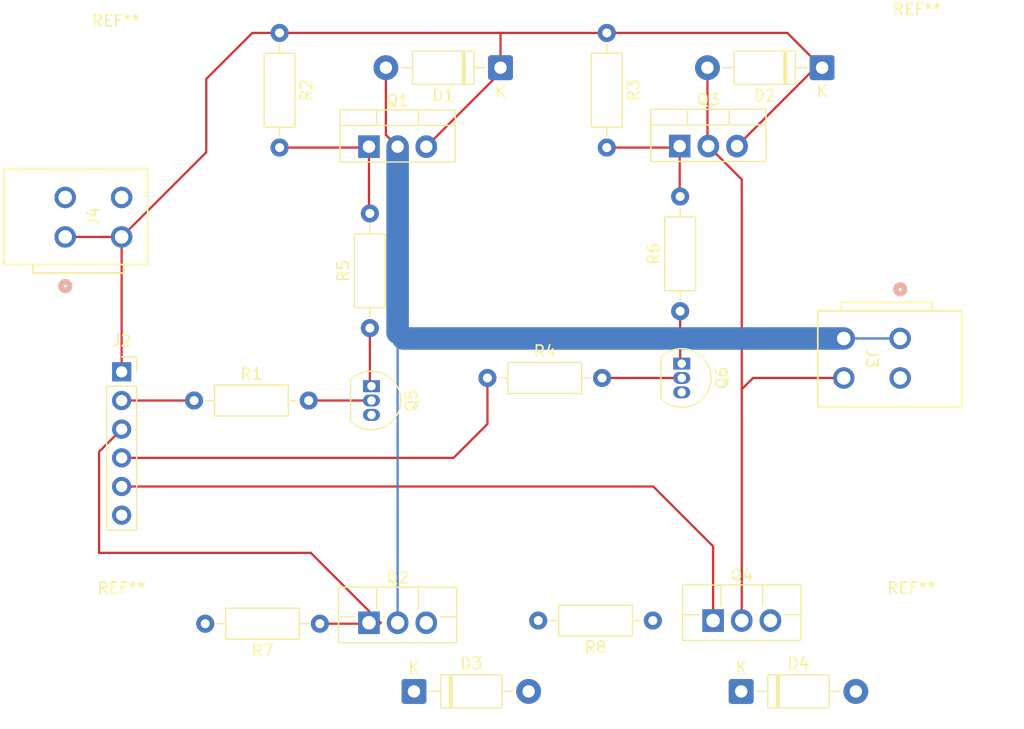
<source format=kicad_pcb>
(kicad_pcb (version 20241229) (generator "pcbnew") (generator_version "9.0")
  (layers (0 "F.Cu" signal) (2 "B.Cu" signal) (13 "F.Paste" user) (15 "B.Paste" user) (5 "F.SilkS" user "F.Silkscreen") (7 "B.SilkS" user "B.Silkscreen") (1 "F.Mask" user) (3 "B.Mask" user) (25 "Edge.Cuts" user))
  (net 0 "")
  (net 1 "Net-(D1-A)")
  (net 2 "Net-(D1-K)")
  (net 3 "Net-(D2-A)")
  (net 4 "Net-(D3-A)")
  (net 5 "Net-(Q1-G)")
  (net 6 "Net-(Q3-G)")
  (net 7 "Net-(Q5-B)")
  (net 8 "Net-(Q5-C)")
  (net 9 "Net-(Q6-B)")
  (net 10 "Net-(Q6-C)")
  (net 11 "Net-(J2-Pin_3)")
  (net 12 "Net-(J2-Pin_5)")
  (net 13 "Net-(J2-Pin_2)")
  (net 14 "Net-(J2-Pin_4)")
  (footprint "Resistor_THT:R_Axial_DIN0207_L6.3mm_D2.5mm_P10.16mm_Horizontal" (layer "F.Cu") (at 87.58 84.5 180)
    (property "Reference" "R8" (at 5.08 -2.37 0) (layer "F.SilkS"))
    (property "Value" "10k")
    (fp_line (start 9.12 0) (end 8.35 0) (stroke (width 0.12)) (layer "F.SilkS"))
    (fp_line (start 1.04 0) (end 1.81 0) (stroke (width 0.12)) (layer "F.SilkS"))
    (fp_rect (start 1.81 -1.37) (end 8.35 1.37) (stroke (width 0.12)) (fill no) (layer "F.SilkS"))
    (pad "1" thru_hole circle (at 0 0 180) (size 1.6 1.6) (drill 0.8) (layers "*.Cu" "*.Mask") (net 12 "Net-(J2-Pin_5)"))
    (pad "2" thru_hole circle (at 10.16 0 180) (size 1.6 1.6) (drill 0.8) (layers "*.Cu" "*.Mask") (net 4 "Net-(D3-A)"))
  )
  (footprint "Resistor_THT:R_Axial_DIN0207_L6.3mm_D2.5mm_P10.16mm_Horizontal" (layer "F.Cu") (at 54.5 32.42 -90)
    (property "Reference" "R2" (at 5.08 -2.37 90) (layer "F.SilkS"))
    (property "Value" "10k")
    (fp_line (start 1.04 0) (end 1.81 0) (stroke (width 0.12)) (layer "F.SilkS"))
    (fp_line (start 9.12 0) (end 8.35 0) (stroke (width 0.12)) (layer "F.SilkS"))
    (fp_rect (start 1.81 -1.37) (end 8.35 1.37) (stroke (width 0.12)) (fill no) (layer "F.SilkS"))
    (pad "1" thru_hole circle (at 0 0 270) (size 1.6 1.6) (drill 0.8) (layers "*.Cu" "*.Mask") (net 2 "Net-(D1-K)"))
    (pad "2" thru_hole circle (at 10.16 0 270) (size 1.6 1.6) (drill 0.8) (layers "*.Cu" "*.Mask") (net 5 "Net-(Q1-G)"))
  )
  (footprint "Diode_THT:D_DO-41_SOD81_P10.16mm_Horizontal" (layer "F.Cu") (at 66.41 90.78)
    (property "Reference" "D3" (at 5.08 -2.47 0) (layer "F.SilkS"))
    (property "Value" "1N4007")
    (fp_line (start 1.34 0) (end 2.36 0) (stroke (width 0.12)) (layer "F.SilkS"))
    (fp_line (start 3.14 -1.47) (end 3.14 1.47) (stroke (width 0.12)) (layer "F.SilkS"))
    (fp_line (start 3.26 -1.47) (end 3.26 1.47) (stroke (width 0.12)) (layer "F.SilkS"))
    (fp_line (start 3.38 -1.47) (end 3.38 1.47) (stroke (width 0.12)) (layer "F.SilkS"))
    (fp_line (start 8.82 0) (end 7.8 0) (stroke (width 0.12)) (layer "F.SilkS"))
    (fp_rect (start 2.36 -1.47) (end 7.8 1.47) (stroke (width 0.12)) (fill no) (layer "F.SilkS"))
    (fp_text user "K" (at 0 -2.1 0) (layer "F.SilkS"))
    (pad "1" thru_hole roundrect (at 0 0) (size 2.2 2.2) (drill 1.1) (layers "*.Cu" "*.Mask") (roundrect_rratio 0.113636) (net 1 "Net-(D1-A)"))
    (pad "2" thru_hole circle (at 10.16 0) (size 2.2 2.2) (drill 1.1) (layers "*.Cu" "*.Mask") (net 4 "Net-(D3-A)"))
  )
  (footprint "Diode_THT:D_DO-41_SOD81_P10.16mm_Horizontal" (layer "F.Cu") (at 95.41 90.78)
    (property "Reference" "D4" (at 5.08 -2.47 0) (layer "F.SilkS"))
    (property "Value" "1N4007")
    (fp_line (start 1.34 0) (end 2.36 0) (stroke (width 0.12)) (layer "F.SilkS"))
    (fp_line (start 3.14 -1.47) (end 3.14 1.47) (stroke (width 0.12)) (layer "F.SilkS"))
    (fp_line (start 3.26 -1.47) (end 3.26 1.47) (stroke (width 0.12)) (layer "F.SilkS"))
    (fp_line (start 3.38 -1.47) (end 3.38 1.47) (stroke (width 0.12)) (layer "F.SilkS"))
    (fp_line (start 8.82 0) (end 7.8 0) (stroke (width 0.12)) (layer "F.SilkS"))
    (fp_rect (start 2.36 -1.47) (end 7.8 1.47) (stroke (width 0.12)) (fill no) (layer "F.SilkS"))
    (fp_text user "K" (at 0 -2.1 0) (layer "F.SilkS"))
    (pad "1" thru_hole roundrect (at 0 0) (size 2.2 2.2) (drill 1.1) (layers "*.Cu" "*.Mask") (roundrect_rratio 0.113636) (net 3 "Net-(D2-A)"))
    (pad "2" thru_hole circle (at 10.16 0) (size 2.2 2.2) (drill 1.1) (layers "*.Cu" "*.Mask") (net 4 "Net-(D3-A)"))
  )
  (footprint "Resistor_THT:R_Axial_DIN0207_L6.3mm_D2.5mm_P10.16mm_Horizontal" (layer "F.Cu") (at 83.5 32.42 -90)
    (property "Reference" "R3" (at 5.08 -2.37 90) (layer "F.SilkS"))
    (property "Value" "10k")
    (fp_line (start 1.04 0) (end 1.81 0) (stroke (width 0.12)) (layer "F.SilkS"))
    (fp_line (start 9.12 0) (end 8.35 0) (stroke (width 0.12)) (layer "F.SilkS"))
    (fp_rect (start 1.81 -1.37) (end 8.35 1.37) (stroke (width 0.12)) (fill no) (layer "F.SilkS"))
    (pad "1" thru_hole circle (at 0 0 270) (size 1.6 1.6) (drill 0.8) (layers "*.Cu" "*.Mask") (net 2 "Net-(D1-K)"))
    (pad "2" thru_hole circle (at 10.16 0 270) (size 1.6 1.6) (drill 0.8) (layers "*.Cu" "*.Mask") (net 6 "Net-(Q3-G)"))
  )
  (footprint "Diode_THT:D_DO-41_SOD81_P10.16mm_Horizontal" (layer "F.Cu") (at 102.58 35.5 180)
    (property "Reference" "D2" (at 5.08 -2.47 0) (layer "F.SilkS"))
    (property "Value" "1N4007")
    (fp_line (start 8.82 0) (end 7.8 0) (stroke (width 0.12)) (layer "F.SilkS"))
    (fp_line (start 3.38 -1.47) (end 3.38 1.47) (stroke (width 0.12)) (layer "F.SilkS"))
    (fp_line (start 3.26 -1.47) (end 3.26 1.47) (stroke (width 0.12)) (layer "F.SilkS"))
    (fp_line (start 3.14 -1.47) (end 3.14 1.47) (stroke (width 0.12)) (layer "F.SilkS"))
    (fp_line (start 1.34 0) (end 2.36 0) (stroke (width 0.12)) (layer "F.SilkS"))
    (fp_rect (start 2.36 -1.47) (end 7.8 1.47) (stroke (width 0.12)) (fill no) (layer "F.SilkS"))
    (fp_text user "K" (at 0 -2.1 0) (layer "F.SilkS"))
    (pad "1" thru_hole roundrect (at 0 0 180) (size 2.2 2.2) (drill 1.1) (layers "*.Cu" "*.Mask") (roundrect_rratio 0.113636) (net 2 "Net-(D1-K)"))
    (pad "2" thru_hole circle (at 10.16 0 180) (size 2.2 2.2) (drill 1.1) (layers "*.Cu" "*.Mask") (net 3 "Net-(D2-A)"))
  )
  (footprint "MountingHole:MountingHole_3.2mm_M3" (layer "F.Cu") (at 111 34.5)
    (property "Reference" "REF**" (at 0 -4.15 0) (layer "F.SilkS"))
    (property "Value" "MountingHole_3.2mm_M3")
    (pad "" np_thru_hole circle (at 0 0) (size 3.2 3.2) (drill 3.2) (layers "*.Cu" "*.Mask"))
  )
  (footprint "Resistor_THT:R_Axial_DIN0207_L6.3mm_D2.5mm_P10.16mm_Horizontal" (layer "F.Cu") (at 58.07 84.78 180)
    (property "Reference" "R7" (at 5.08 -2.37 0) (layer "F.SilkS"))
    (property "Value" "10k")
    (fp_line (start 9.12 0) (end 8.35 0) (stroke (width 0.12)) (layer "F.SilkS"))
    (fp_line (start 1.04 0) (end 1.81 0) (stroke (width 0.12)) (layer "F.SilkS"))
    (fp_rect (start 1.81 -1.37) (end 8.35 1.37) (stroke (width 0.12)) (fill no) (layer "F.SilkS"))
    (pad "1" thru_hole circle (at 0 0 180) (size 1.6 1.6) (drill 0.8) (layers "*.Cu" "*.Mask") (net 11 "Net-(J2-Pin_3)"))
    (pad "2" thru_hole circle (at 10.16 0 180) (size 1.6 1.6) (drill 0.8) (layers "*.Cu" "*.Mask") (net 4 "Net-(D3-A)"))
  )
  (footprint "WAGO 2601-3102:CONN2_2601-3102_WAG" (layer "F.Cu") (at 109.5 59.5 -90)
    (property "Reference" "J3" (at 1.8 2.5 270) (layer "F.SilkS"))
    (property "Value" "2601-3102")
    (fp_line (start -2.45 7.300001) (end 6.05 7.300001) (stroke (width 0.1524)) (layer "F.SilkS"))
    (fp_line (start -2.45 7.300001) (end -2.45 -5.449999) (stroke (width 0.1524)) (layer "F.SilkS"))
    (fp_line (start -3.2 5.2) (end -3.2 -2.849999) (stroke (width 0.1524)) (layer "F.SilkS"))
    (fp_line (start -2.449999 5.2) (end -3.2 5.2) (stroke (width 0.1524)) (layer "F.SilkS"))
    (fp_line (start -2.449999 -2.849999) (end -3.2 -2.849999) (stroke (width 0.1524)) (layer "F.SilkS"))
    (fp_line (start -2.45 -5.449999) (end 6.05 -5.449999) (stroke (width 0.1524)) (layer "F.SilkS"))
    (fp_line (start 6.05 -5.449999) (end 6.05 7.300001) (stroke (width 0.1524)) (layer "F.SilkS"))
    (fp_circle (center -4.355 0) (end -3.974 0) (stroke (width 0.508)) (fill no) (layer "F.SilkS"))
    (fp_circle (center -4.355 0) (end -3.974 0) (stroke (width 0.508)) (fill no) (layer "B.SilkS"))
    (pad "1" thru_hole circle (at 0 0 270) (size 1.9 1.9) (drill 1.2) (layers "*.Cu" "*.Mask") (net 1 "Net-(D1-A)"))
    (pad "2" thru_hole circle (at 0 5 270) (size 1.9 1.9) (drill 1.2) (layers "*.Cu" "*.Mask") (net 1 "Net-(D1-A)"))
    (pad "3" thru_hole circle (at 3.5 0 270) (size 1.9 1.9) (drill 1.2) (layers "*.Cu" "*.Mask") (net 3 "Net-(D2-A)"))
    (pad "4" thru_hole circle (at 3.5 5 270) (size 1.9 1.9) (drill 1.2) (layers "*.Cu" "*.Mask") (net 3 "Net-(D2-A)"))
  )
  (footprint "Package_TO_SOT_THT:TO-92_Inline" (layer "F.Cu") (at 90.14 61.73 -90)
    (property "Reference" "Q6" (at 1.27 -3.56 90) (layer "F.SilkS"))
    (property "Value" "BC547")
    (fp_line (start -0.53 1.85) (end 3.07 1.85) (stroke (width 0.12)) (layer "F.SilkS"))
    (fp_arc (start -0.568478 1.838478) (mid -1.132087 -0.994977) (end 1.27 -2.6) (stroke (width 0.12)) (layer "F.SilkS"))
    (fp_arc (start 1.27 -2.6) (mid 3.672087 -0.994977) (end 3.108478 1.838478) (stroke (width 0.12)) (layer "F.SilkS"))
    (pad "1" thru_hole rect (at 0 0 270) (size 1.05 1.5) (drill 0.75) (layers "*.Cu" "*.Mask") (net 10 "Net-(Q6-C)"))
    (pad "2" thru_hole oval (at 1.27 0 270) (size 1.05 1.5) (drill 0.75) (layers "*.Cu" "*.Mask") (net 9 "Net-(Q6-B)"))
    (pad "3" thru_hole oval (at 2.54 0 270) (size 1.05 1.5) (drill 0.75) (layers "*.Cu" "*.Mask") (net 4 "Net-(D3-A)"))
  )
  (footprint "Resistor_THT:R_Axial_DIN0207_L6.3mm_D2.5mm_P10.16mm_Horizontal" (layer "F.Cu") (at 72.92 63)
    (property "Reference" "R4" (at 5.08 -2.37 0) (layer "F.SilkS"))
    (property "Value" "330")
    (fp_line (start 1.04 0) (end 1.81 0) (stroke (width 0.12)) (layer "F.SilkS"))
    (fp_line (start 9.12 0) (end 8.35 0) (stroke (width 0.12)) (layer "F.SilkS"))
    (fp_rect (start 1.81 -1.37) (end 8.35 1.37) (stroke (width 0.12)) (fill no) (layer "F.SilkS"))
    (pad "1" thru_hole circle (at 0 0) (size 1.6 1.6) (drill 0.8) (layers "*.Cu" "*.Mask") (net 14 "Net-(J2-Pin_4)"))
    (pad "2" thru_hole circle (at 10.16 0) (size 1.6 1.6) (drill 0.8) (layers "*.Cu" "*.Mask") (net 9 "Net-(Q6-B)"))
  )
  (footprint "MountingHole:MountingHole_3.2mm_M3" (layer "F.Cu") (at 110.49 85.78)
    (property "Reference" "REF**" (at 0 -4.15 0) (layer "F.SilkS"))
    (property "Value" "MountingHole_3.2mm_M3")
    (pad "" np_thru_hole circle (at 0 0) (size 3.2 3.2) (drill 3.2) (layers "*.Cu" "*.Mask"))
  )
  (footprint "WAGO 2601-3102:CONN2_2601-3102_WAG" (layer "F.Cu") (at 35.5 50.5 90)
    (property "Reference" "J4" (at 1.8 2.5 90) (layer "F.SilkS"))
    (property "Value" "2601-3102")
    (fp_line (start 6.05 -5.449999) (end 6.05 7.300001) (stroke (width 0.1524)) (layer "F.SilkS"))
    (fp_line (start -2.45 -5.449999) (end 6.05 -5.449999) (stroke (width 0.1524)) (layer "F.SilkS"))
    (fp_line (start -2.449999 -2.849999) (end -3.2 -2.849999) (stroke (width 0.1524)) (layer "F.SilkS"))
    (fp_line (start -2.449999 5.2) (end -3.2 5.2) (stroke (width 0.1524)) (layer "F.SilkS"))
    (fp_line (start -3.2 5.2) (end -3.2 -2.849999) (stroke (width 0.1524)) (layer "F.SilkS"))
    (fp_line (start -2.45 7.300001) (end -2.45 -5.449999) (stroke (width 0.1524)) (layer "F.SilkS"))
    (fp_line (start -2.45 7.300001) (end 6.05 7.300001) (stroke (width 0.1524)) (layer "F.SilkS"))
    (fp_circle (center -4.355 0) (end -3.974 0) (stroke (width 0.508)) (fill no) (layer "F.SilkS"))
    (fp_circle (center -4.355 0) (end -3.974 0) (stroke (width 0.508)) (fill no) (layer "B.SilkS"))
    (pad "1" thru_hole circle (at 0 0 90) (size 1.9 1.9) (drill 1.2) (layers "*.Cu" "*.Mask") (net 2 "Net-(D1-K)"))
    (pad "2" thru_hole circle (at 0 5 90) (size 1.9 1.9) (drill 1.2) (layers "*.Cu" "*.Mask") (net 2 "Net-(D1-K)"))
    (pad "3" thru_hole circle (at 3.5 0 90) (size 1.9 1.9) (drill 1.2) (layers "*.Cu" "*.Mask") (net 4 "Net-(D3-A)"))
    (pad "4" thru_hole circle (at 3.5 5 90) (size 1.9 1.9) (drill 1.2) (layers "*.Cu" "*.Mask") (net 4 "Net-(D3-A)"))
  )
  (footprint "Package_TO_SOT_THT:TO-220F-3_Vertical" (layer "F.Cu") (at 92.92 84.5)
    (property "Reference" "Q4" (at 2.54 -4 0) (layer "F.SilkS"))
    (property "Value" "IRLIZ44N")
    (fp_line (start -2.7 -3.157) (end -2.7 1.763) (stroke (width 0.12)) (layer "F.SilkS"))
    (fp_line (start -2.7 -3.157) (end 7.78 -3.157) (stroke (width 0.12)) (layer "F.SilkS"))
    (fp_line (start -2.7 -0.527) (end -1.212 -0.527) (stroke (width 0.12)) (layer "F.SilkS"))
    (fp_line (start -2.7 1.763) (end 7.78 1.763) (stroke (width 0.12)) (layer "F.SilkS"))
    (fp_line (start 0.69 -3.157) (end 0.69 -1.26) (stroke (width 0.12)) (layer "F.SilkS"))
    (fp_line (start 1.212 -0.527) (end 1.327 -0.528) (stroke (width 0.12)) (layer "F.SilkS"))
    (fp_line (start 3.752 -0.528) (end 3.867 -0.528) (stroke (width 0.12)) (layer "F.SilkS"))
    (fp_line (start 4.39 -3.157) (end 4.39 -1.26) (stroke (width 0.12)) (layer "F.SilkS"))
    (fp_line (start 6.292 -0.528) (end 7.78 -0.527) (stroke (width 0.12)) (layer "F.SilkS"))
    (fp_line (start 7.78 -3.157) (end 7.78 1.763) (stroke (width 0.12)) (layer "F.SilkS"))
    (pad "1" thru_hole rect (at 0 0) (size 1.905 2) (drill 1.2) (layers "*.Cu" "*.Mask") (net 12 "Net-(J2-Pin_5)"))
    (pad "2" thru_hole oval (at 2.54 0) (size 1.905 2) (drill 1.2) (layers "*.Cu" "*.Mask") (net 3 "Net-(D2-A)"))
    (pad "3" thru_hole oval (at 5.08 0) (size 1.905 2) (drill 1.2) (layers "*.Cu" "*.Mask") (net 4 "Net-(D3-A)"))
  )
  (footprint "Package_TO_SOT_THT:TO-220-3_Vertical" (layer "F.Cu") (at 89.96 42.45)
    (property "Reference" "Q3" (at 2.54 -4.1 0) (layer "F.SilkS"))
    (property "Value" "IRF9540N")
    (fp_line (start -2.57 -3.26) (end -2.57 1.36) (stroke (width 0.12)) (layer "F.SilkS"))
    (fp_line (start -2.57 -3.26) (end 7.65 -3.26) (stroke (width 0.12)) (layer "F.SilkS"))
    (fp_line (start -2.57 -1.88) (end 7.65 -1.88) (stroke (width 0.12)) (layer "F.SilkS"))
    (fp_line (start -2.57 1.36) (end 7.65 1.36) (stroke (width 0.12)) (layer "F.SilkS"))
    (fp_line (start 0.69 -3.26) (end 0.69 -1.88) (stroke (width 0.12)) (layer "F.SilkS"))
    (fp_line (start 4.39 -3.26) (end 4.39 -1.88) (stroke (width 0.12)) (layer "F.SilkS"))
    (fp_line (start 7.65 -3.26) (end 7.65 1.36) (stroke (width 0.12)) (layer "F.SilkS"))
    (pad "1" thru_hole rect (at 0 0) (size 1.905 2) (drill 1.1) (layers "*.Cu" "*.Mask") (net 6 "Net-(Q3-G)"))
    (pad "2" thru_hole oval (at 2.54 0) (size 1.905 2) (drill 1.1) (layers "*.Cu" "*.Mask") (net 3 "Net-(D2-A)"))
    (pad "3" thru_hole oval (at 5.08 0) (size 1.905 2) (drill 1.1) (layers "*.Cu" "*.Mask") (net 2 "Net-(D1-K)"))
  )
  (footprint "Connector_PinSocket_2.54mm:PinSocket_1x06_P2.54mm_Vertical" (layer "F.Cu") (at 40.5 62.46)
    (property "Reference" "J2" (at 0 -2.77 0) (layer "F.SilkS"))
    (property "Value" "Conn_01x06_Pin")
    (fp_line (start -1.33 1.27) (end -1.33 14.03) (stroke (width 0.12)) (layer "F.SilkS"))
    (fp_line (start -1.33 1.27) (end 1.33 1.27) (stroke (width 0.12)) (layer "F.SilkS"))
    (fp_line (start -1.33 14.03) (end 1.33 14.03) (stroke (width 0.12)) (layer "F.SilkS"))
    (fp_line (start 0 -1.33) (end 1.33 -1.33) (stroke (width 0.12)) (layer "F.SilkS"))
    (fp_line (start 1.33 -1.33) (end 1.33 0) (stroke (width 0.12)) (layer "F.SilkS"))
    (fp_line (start 1.33 1.27) (end 1.33 14.03) (stroke (width 0.12)) (layer "F.SilkS"))
    (pad "1" thru_hole rect (at 0 0) (size 1.7 1.7) (drill 1) (layers "*.Cu" "*.Mask") (net 2 "Net-(D1-K)"))
    (pad "2" thru_hole circle (at 0 2.54) (size 1.7 1.7) (drill 1) (layers "*.Cu" "*.Mask") (net 13 "Net-(J2-Pin_2)"))
    (pad "3" thru_hole circle (at 0 5.08) (size 1.7 1.7) (drill 1) (layers "*.Cu" "*.Mask") (net 11 "Net-(J2-Pin_3)"))
    (pad "4" thru_hole circle (at 0 7.62) (size 1.7 1.7) (drill 1) (layers "*.Cu" "*.Mask") (net 14 "Net-(J2-Pin_4)"))
    (pad "5" thru_hole circle (at 0 10.16) (size 1.7 1.7) (drill 1) (layers "*.Cu" "*.Mask") (net 12 "Net-(J2-Pin_5)"))
    (pad "6" thru_hole circle (at 0 12.7) (size 1.7 1.7) (drill 1) (layers "*.Cu" "*.Mask") (net 4 "Net-(D3-A)"))
  )
  (footprint "MountingHole:MountingHole_3.2mm_M3" (layer "F.Cu") (at 40 35.5)
    (property "Reference" "REF**" (at 0 -4.15 0) (layer "F.SilkS"))
    (property "Value" "MountingHole_3.2mm_M3")
    (pad "" np_thru_hole circle (at 0 0) (size 3.2 3.2) (drill 3.2) (layers "*.Cu" "*.Mask"))
  )
  (footprint "Diode_THT:D_DO-41_SOD81_P10.16mm_Horizontal" (layer "F.Cu") (at 74.08 35.5 180)
    (property "Reference" "D1" (at 5.08 -2.47 0) (layer "F.SilkS"))
    (property "Value" "1N4007")
    (fp_line (start 8.82 0) (end 7.8 0) (stroke (width 0.12)) (layer "F.SilkS"))
    (fp_line (start 3.38 -1.47) (end 3.38 1.47) (stroke (width 0.12)) (layer "F.SilkS"))
    (fp_line (start 3.26 -1.47) (end 3.26 1.47) (stroke (width 0.12)) (layer "F.SilkS"))
    (fp_line (start 3.14 -1.47) (end 3.14 1.47) (stroke (width 0.12)) (layer "F.SilkS"))
    (fp_line (start 1.34 0) (end 2.36 0) (stroke (width 0.12)) (layer "F.SilkS"))
    (fp_rect (start 2.36 -1.47) (end 7.8 1.47) (stroke (width 0.12)) (fill no) (layer "F.SilkS"))
    (fp_text user "K" (at 0 -2.1 0) (layer "F.SilkS"))
    (pad "1" thru_hole roundrect (at 0 0 180) (size 2.2 2.2) (drill 1.1) (layers "*.Cu" "*.Mask") (roundrect_rratio 0.113636) (net 2 "Net-(D1-K)"))
    (pad "2" thru_hole circle (at 10.16 0 180) (size 2.2 2.2) (drill 1.1) (layers "*.Cu" "*.Mask") (net 1 "Net-(D1-A)"))
  )
  (footprint "Package_TO_SOT_THT:TO-92_Inline" (layer "F.Cu") (at 62.64 63.73 -90)
    (property "Reference" "Q5" (at 1.27 -3.56 90) (layer "F.SilkS"))
    (property "Value" "BC547")
    (fp_line (start -0.53 1.85) (end 3.07 1.85) (stroke (width 0.12)) (layer "F.SilkS"))
    (fp_arc (start -0.568478 1.838478) (mid -1.132087 -0.994977) (end 1.27 -2.6) (stroke (width 0.12)) (layer "F.SilkS"))
    (fp_arc (start 1.27 -2.6) (mid 3.672087 -0.994977) (end 3.108478 1.838478) (stroke (width 0.12)) (layer "F.SilkS"))
    (pad "1" thru_hole rect (at 0 0 270) (size 1.05 1.5) (drill 0.75) (layers "*.Cu" "*.Mask") (net 8 "Net-(Q5-C)"))
    (pad "2" thru_hole oval (at 1.27 0 270) (size 1.05 1.5) (drill 0.75) (layers "*.Cu" "*.Mask") (net 7 "Net-(Q5-B)"))
    (pad "3" thru_hole oval (at 2.54 0 270) (size 1.05 1.5) (drill 0.75) (layers "*.Cu" "*.Mask") (net 4 "Net-(D3-A)"))
  )
  (footprint "Resistor_THT:R_Axial_DIN0207_L6.3mm_D2.5mm_P10.16mm_Horizontal" (layer "F.Cu") (at 62.5 58.58 90)
    (property "Reference" "R5" (at 5.08 -2.37 90) (layer "F.SilkS"))
    (property "Value" "330")
    (fp_line (start 9.12 0) (end 8.35 0) (stroke (width 0.12)) (layer "F.SilkS"))
    (fp_line (start 1.04 0) (end 1.81 0) (stroke (width 0.12)) (layer "F.SilkS"))
    (fp_rect (start 1.81 -1.37) (end 8.35 1.37) (stroke (width 0.12)) (fill no) (layer "F.SilkS"))
    (pad "1" thru_hole circle (at 0 0 90) (size 1.6 1.6) (drill 0.8) (layers "*.Cu" "*.Mask") (net 8 "Net-(Q5-C)"))
    (pad "2" thru_hole circle (at 10.16 0 90) (size 1.6 1.6) (drill 0.8) (layers "*.Cu" "*.Mask") (net 5 "Net-(Q1-G)"))
  )
  (footprint "Resistor_THT:R_Axial_DIN0207_L6.3mm_D2.5mm_P10.16mm_Horizontal" (layer "F.Cu") (at 46.92 65)
    (property "Reference" "R1" (at 5.08 -2.37 0) (layer "F.SilkS"))
    (property "Value" "330")
    (fp_line (start 1.04 0) (end 1.81 0) (stroke (width 0.12)) (layer "F.SilkS"))
    (fp_line (start 9.12 0) (end 8.35 0) (stroke (width 0.12)) (layer "F.SilkS"))
    (fp_rect (start 1.81 -1.37) (end 8.35 1.37) (stroke (width 0.12)) (fill no) (layer "F.SilkS"))
    (pad "1" thru_hole circle (at 0 0) (size 1.6 1.6) (drill 0.8) (layers "*.Cu" "*.Mask") (net 13 "Net-(J2-Pin_2)"))
    (pad "2" thru_hole circle (at 10.16 0) (size 1.6 1.6) (drill 0.8) (layers "*.Cu" "*.Mask") (net 7 "Net-(Q5-B)"))
  )
  (footprint "MountingHole:MountingHole_3.2mm_M3" (layer "F.Cu") (at 40.49 85.78)
    (property "Reference" "REF**" (at 0 -4.15 0) (layer "F.SilkS"))
    (property "Value" "MountingHole_3.2mm_M3")
    (pad "" np_thru_hole circle (at 0 0) (size 3.2 3.2) (drill 3.2) (layers "*.Cu" "*.Mask"))
  )
  (footprint "Package_TO_SOT_THT:TO-220-3_Vertical" (layer "F.Cu") (at 62.42 42.5)
    (property "Reference" "Q1" (at 2.54 -4.1 0) (layer "F.SilkS"))
    (property "Value" "IRF9540N")
    (fp_line (start -2.57 -3.26) (end -2.57 1.36) (stroke (width 0.12)) (layer "F.SilkS"))
    (fp_line (start -2.57 -3.26) (end 7.65 -3.26) (stroke (width 0.12)) (layer "F.SilkS"))
    (fp_line (start -2.57 -1.88) (end 7.65 -1.88) (stroke (width 0.12)) (layer "F.SilkS"))
    (fp_line (start -2.57 1.36) (end 7.65 1.36) (stroke (width 0.12)) (layer "F.SilkS"))
    (fp_line (start 0.69 -3.26) (end 0.69 -1.88) (stroke (width 0.12)) (layer "F.SilkS"))
    (fp_line (start 4.39 -3.26) (end 4.39 -1.88) (stroke (width 0.12)) (layer "F.SilkS"))
    (fp_line (start 7.65 -3.26) (end 7.65 1.36) (stroke (width 0.12)) (layer "F.SilkS"))
    (pad "1" thru_hole rect (at 0 0) (size 1.905 2) (drill 1.1) (layers "*.Cu" "*.Mask") (net 5 "Net-(Q1-G)"))
    (pad "2" thru_hole oval (at 2.54 0) (size 1.905 2) (drill 1.1) (layers "*.Cu" "*.Mask") (net 1 "Net-(D1-A)"))
    (pad "3" thru_hole oval (at 5.08 0) (size 1.905 2) (drill 1.1) (layers "*.Cu" "*.Mask") (net 2 "Net-(D1-K)"))
  )
  (footprint "Package_TO_SOT_THT:TO-220F-3_Vertical" (layer "F.Cu") (at 62.42 84.695)
    (property "Reference" "Q2" (at 2.54 -4 0) (layer "F.SilkS"))
    (property "Value" "IRLIZ44N")
    (fp_line (start -2.7 -3.157) (end -2.7 1.763) (stroke (width 0.12)) (layer "F.SilkS"))
    (fp_line (start -2.7 -3.157) (end 7.78 -3.157) (stroke (width 0.12)) (layer "F.SilkS"))
    (fp_line (start -2.7 -0.527) (end -1.212 -0.527) (stroke (width 0.12)) (layer "F.SilkS"))
    (fp_line (start -2.7 1.763) (end 7.78 1.763) (stroke (width 0.12)) (layer "F.SilkS"))
    (fp_line (start 0.69 -3.157) (end 0.69 -1.26) (stroke (width 0.12)) (layer "F.SilkS"))
    (fp_line (start 1.212 -0.527) (end 1.327 -0.528) (stroke (width 0.12)) (layer "F.SilkS"))
    (fp_line (start 3.752 -0.528) (end 3.867 -0.528) (stroke (width 0.12)) (layer "F.SilkS"))
    (fp_line (start 4.39 -3.157) (end 4.39 -1.26) (stroke (width 0.12)) (layer "F.SilkS"))
    (fp_line (start 6.292 -0.528) (end 7.78 -0.527) (stroke (width 0.12)) (layer "F.SilkS"))
    (fp_line (start 7.78 -3.157) (end 7.78 1.763) (stroke (width 0.12)) (layer "F.SilkS"))
    (pad "1" thru_hole rect (at 0 0) (size 1.905 2) (drill 1.2) (layers "*.Cu" "*.Mask") (net 11 "Net-(J2-Pin_3)"))
    (pad "2" thru_hole oval (at 2.54 0) (size 1.905 2) (drill 1.2) (layers "*.Cu" "*.Mask") (net 1 "Net-(D1-A)"))
    (pad "3" thru_hole oval (at 5.08 0) (size 1.905 2) (drill 1.2) (layers "*.Cu" "*.Mask") (net 4 "Net-(D3-A)"))
  )
  (footprint "Resistor_THT:R_Axial_DIN0207_L6.3mm_D2.5mm_P10.16mm_Horizontal" (layer "F.Cu") (at 90 57.08 90)
    (property "Reference" "R6" (at 5.08 -2.37 90) (layer "F.SilkS"))
    (property "Value" "330")
    (fp_line (start 9.12 0) (end 8.35 0) (stroke (width 0.12)) (layer "F.SilkS"))
    (fp_line (start 1.04 0) (end 1.81 0) (stroke (width 0.12)) (layer "F.SilkS"))
    (fp_rect (start 1.81 -1.37) (end 8.35 1.37) (stroke (width 0.12)) (fill no) (layer "F.SilkS"))
    (pad "1" thru_hole circle (at 0 0 90) (size 1.6 1.6) (drill 0.8) (layers "*.Cu" "*.Mask") (net 10 "Net-(Q6-C)"))
    (pad "2" thru_hole circle (at 10.16 0 90) (size 1.6 1.6) (drill 0.8) (layers "*.Cu" "*.Mask") (net 6 "Net-(Q3-G)"))
  )
  (segment (start 63.92 41.46) (end 64.96 42.5) (width 0.2) (layer "F.Cu") (net 1))
  (segment (start 63.92 35.5) (end 63.92 41.46) (width 0.2) (layer "F.Cu") (net 1))
  (segment (start 65.46 59.5) (end 64.96 59) (width 0.2) (layer "B.Cu") (net 1))
  (segment (start 104.5 59.5) (end 65.46 59.5) (width 2) (layer "B.Cu") (net 1))
  (segment (start 64.96 42.5) (end 64.96 59) (width 2) (layer "B.Cu") (net 1))
  (segment (start 104.5 59.5) (end 109.5 59.5) (width 0.2) (layer "B.Cu") (net 1))
  (segment (start 64.96 59) (end 64.96 84.695) (width 0.2) (layer "B.Cu") (net 1))
  (segment (start 35.5 50.5) (end 40.5 50.5) (width 0.2) (layer "F.Cu") (net 2))
  (segment (start 54.5 32.42) (end 67.5 32.42) (width 0.2) (layer "F.Cu") (net 2))
  (segment (start 48 36.5) (end 52.08 32.42) (width 0.2) (layer "F.Cu") (net 2))
  (segment (start 74.08 35.5) (end 74.08 32.5) (width 0.2) (layer "F.Cu") (net 2))
  (segment (start 74.08 32.5) (end 74 32.42) (width 0.2) (layer "F.Cu") (net 2))
  (segment (start 40.5 50.5) (end 48 43) (width 0.2) (layer "F.Cu") (net 2))
  (segment (start 48 43) (end 48 36.5) (width 0.2) (layer "F.Cu") (net 2))
  (segment (start 40.5 50.5) (end 40.5 62.46) (width 0.2) (layer "F.Cu") (net 2))
  (segment (start 67.5 42.5) (end 74.08 35.92) (width 0.2) (layer "F.Cu") (net 2))
  (segment (start 99.5 32.42) (end 102.58 35.5) (width 0.2) (layer "F.Cu") (net 2))
  (segment (start 52.08 32.42) (end 54.5 32.42) (width 0.2) (layer "F.Cu") (net 2))
  (segment (start 102.58 35.5) (end 101.99 35.5) (width 0.2) (layer "F.Cu") (net 2))
  (segment (start 74 32.42) (end 83.5 32.42) (width 0.2) (layer "F.Cu") (net 2))
  (segment (start 74.08 35.92) (end 74.08 35.5) (width 0.2) (layer "F.Cu") (net 2))
  (segment (start 67.5 32.42) (end 74 32.42) (width 0.2) (layer "F.Cu") (net 2))
  (segment (start 101.99 35.5) (end 95.04 42.45) (width 0.2) (layer "F.Cu") (net 2))
  (segment (start 83.5 32.42) (end 99.5 32.42) (width 0.2) (layer "F.Cu") (net 2))
  (segment (start 96.46 63) (end 95.46 64) (width 0.2) (layer "F.Cu") (net 3))
  (segment (start 92.5 42.45) (end 95.46 45.41) (width 0.2) (layer "F.Cu") (net 3))
  (segment (start 95.46 64) (end 95.46 84.5) (width 0.2) (layer "F.Cu") (net 3))
  (segment (start 92.42 35.5) (end 92.42 42.37) (width 0.2) (layer "F.Cu") (net 3))
  (segment (start 95.46 45.41) (end 95.46 64) (width 0.2) (layer "F.Cu") (net 3))
  (segment (start 92.42 42.37) (end 92.5 42.45) (width 0.2) (layer "F.Cu") (net 3))
  (segment (start 104.5 63) (end 96.46 63) (width 0.2) (layer "F.Cu") (net 3))
  (segment (start 62.42 48.34) (end 62.5 48.42) (width 0.2) (layer "F.Cu") (net 5))
  (segment (start 54.5 42.58) (end 62.34 42.58) (width 0.2) (layer "F.Cu") (net 5))
  (segment (start 62.42 42.5) (end 62.42 48.34) (width 0.2) (layer "F.Cu") (net 5))
  (segment (start 62.34 42.58) (end 62.42 42.5) (width 0.2) (layer "F.Cu") (net 5))
  (segment (start 89.83 42.58) (end 89.96 42.45) (width 0.2) (layer "F.Cu") (net 6))
  (segment (start 83.5 42.58) (end 89.83 42.58) (width 0.2) (layer "F.Cu") (net 6))
  (segment (start 89.96 46.88) (end 90 46.92) (width 0.2) (layer "F.Cu") (net 6))
  (segment (start 89.96 42.45) (end 89.96 46.88) (width 0.2) (layer "F.Cu") (net 6))
  (segment (start 57.08 65) (end 62.64 65) (width 0.2) (layer "F.Cu") (net 7))
  (segment (start 62.5 63.59) (end 62.64 63.73) (width 0.2) (layer "F.Cu") (net 8))
  (segment (start 62.5 58.58) (end 62.5 63.59) (width 0.2) (layer "F.Cu") (net 8))
  (segment (start 83.08 63) (end 90.14 63) (width 0.2) (layer "F.Cu") (net 9))
  (segment (start 90 57.08) (end 90 61.59) (width 0.2) (layer "F.Cu") (net 10))
  (segment (start 90 61.59) (end 90.14 61.73) (width 0.2) (layer "F.Cu") (net 10))
  (segment (start 38.5 78.5) (end 57.265 78.5) (width 0.2) (layer "F.Cu") (net 11))
  (segment (start 40.5 67.54) (end 38.5 69.54) (width 0.2) (layer "F.Cu") (net 11))
  (segment (start 63.375 84.78) (end 63.46 84.695) (width 0.2) (layer "F.Cu") (net 11))
  (segment (start 57.265 78.5) (end 63.46 84.695) (width 0.2) (layer "F.Cu") (net 11))
  (segment (start 58.07 84.78) (end 63.375 84.78) (width 0.2) (layer "F.Cu") (net 11))
  (segment (start 38.5 69.54) (end 38.5 78.5) (width 0.2) (layer "F.Cu") (net 11))
  (segment (start 92.92 77.92) (end 92.92 84.5) (width 0.2) (layer "F.Cu") (net 12))
  (segment (start 40.5 72.62) (end 87.62 72.62) (width 0.2) (layer "F.Cu") (net 12))
  (segment (start 87.62 72.62) (end 92.92 77.92) (width 0.2) (layer "F.Cu") (net 12))
  (segment (start 40.5 65) (end 46.92 65) (width 0.2) (layer "F.Cu") (net 13))
  (segment (start 69.92 70.08) (end 72.92 67.08) (width 0.2) (layer "F.Cu") (net 14))
  (segment (start 40.5 70.08) (end 69.92 70.08) (width 0.2) (layer "F.Cu") (net 14))
  (segment (start 72.92 67.08) (end 72.92 63) (width 0.2) (layer "F.Cu") (net 14))
)
</source>
